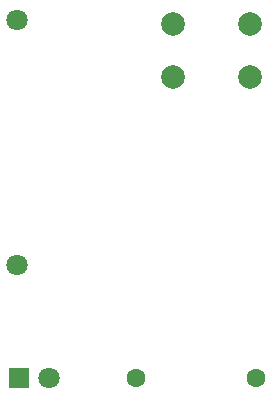
<source format=gbr>
%TF.GenerationSoftware,KiCad,Pcbnew,9.0.6*%
%TF.CreationDate,2025-11-19T14:38:16-07:00*%
%TF.ProjectId,PCB card,50434220-6361-4726-942e-6b696361645f,rev?*%
%TF.SameCoordinates,Original*%
%TF.FileFunction,Soldermask,Top*%
%TF.FilePolarity,Negative*%
%FSLAX46Y46*%
G04 Gerber Fmt 4.6, Leading zero omitted, Abs format (unit mm)*
G04 Created by KiCad (PCBNEW 9.0.6) date 2025-11-19 14:38:16*
%MOMM*%
%LPD*%
G01*
G04 APERTURE LIST*
%ADD10C,2.000000*%
%ADD11C,1.600000*%
%ADD12R,1.800000X1.800000*%
%ADD13C,1.800000*%
G04 APERTURE END LIST*
D10*
%TO.C,SW1*%
X79185000Y-57075000D03*
X85685000Y-57075000D03*
X79185000Y-61575000D03*
X85685000Y-61575000D03*
%TD*%
D11*
%TO.C,R1*%
X86185000Y-87075000D03*
X76025000Y-87075000D03*
%TD*%
D12*
%TO.C,D1*%
X66145000Y-87075000D03*
D13*
X68685000Y-87075000D03*
%TD*%
%TO.C,BT1*%
X66000000Y-56750000D03*
X66000000Y-77500000D03*
%TD*%
M02*

</source>
